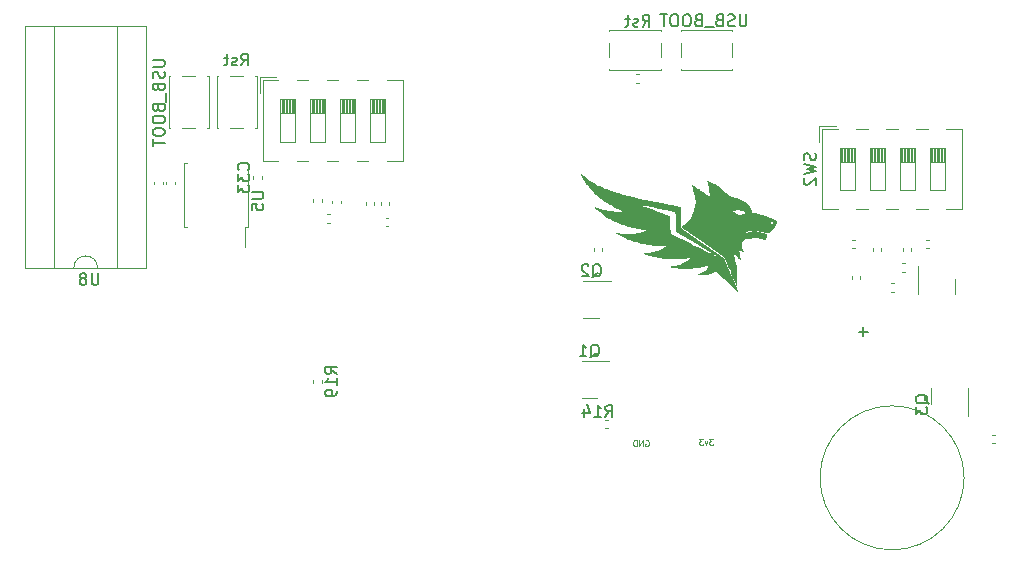
<source format=gbr>
G04 #@! TF.GenerationSoftware,KiCad,Pcbnew,7.0.5*
G04 #@! TF.CreationDate,2023-09-28T01:47:38+03:00*
G04 #@! TF.ProjectId,RP2040_minimal,52503230-3430-45f6-9d69-6e696d616c2e,REV1*
G04 #@! TF.SameCoordinates,Original*
G04 #@! TF.FileFunction,Legend,Bot*
G04 #@! TF.FilePolarity,Positive*
%FSLAX46Y46*%
G04 Gerber Fmt 4.6, Leading zero omitted, Abs format (unit mm)*
G04 Created by KiCad (PCBNEW 7.0.5) date 2023-09-28 01:47:38*
%MOMM*%
%LPD*%
G01*
G04 APERTURE LIST*
%ADD10C,0.150000*%
%ADD11C,0.125000*%
%ADD12C,0.120000*%
G04 APERTURE END LIST*
D10*
X81980952Y-71654819D02*
X82314285Y-71178628D01*
X82552380Y-71654819D02*
X82552380Y-70654819D01*
X82552380Y-70654819D02*
X82171428Y-70654819D01*
X82171428Y-70654819D02*
X82076190Y-70702438D01*
X82076190Y-70702438D02*
X82028571Y-70750057D01*
X82028571Y-70750057D02*
X81980952Y-70845295D01*
X81980952Y-70845295D02*
X81980952Y-70988152D01*
X81980952Y-70988152D02*
X82028571Y-71083390D01*
X82028571Y-71083390D02*
X82076190Y-71131009D01*
X82076190Y-71131009D02*
X82171428Y-71178628D01*
X82171428Y-71178628D02*
X82552380Y-71178628D01*
X81599999Y-71607200D02*
X81504761Y-71654819D01*
X81504761Y-71654819D02*
X81314285Y-71654819D01*
X81314285Y-71654819D02*
X81219047Y-71607200D01*
X81219047Y-71607200D02*
X81171428Y-71511961D01*
X81171428Y-71511961D02*
X81171428Y-71464342D01*
X81171428Y-71464342D02*
X81219047Y-71369104D01*
X81219047Y-71369104D02*
X81314285Y-71321485D01*
X81314285Y-71321485D02*
X81457142Y-71321485D01*
X81457142Y-71321485D02*
X81552380Y-71273866D01*
X81552380Y-71273866D02*
X81599999Y-71178628D01*
X81599999Y-71178628D02*
X81599999Y-71131009D01*
X81599999Y-71131009D02*
X81552380Y-71035771D01*
X81552380Y-71035771D02*
X81457142Y-70988152D01*
X81457142Y-70988152D02*
X81314285Y-70988152D01*
X81314285Y-70988152D02*
X81219047Y-71035771D01*
X80885713Y-70988152D02*
X80504761Y-70988152D01*
X80742856Y-70654819D02*
X80742856Y-71511961D01*
X80742856Y-71511961D02*
X80695237Y-71607200D01*
X80695237Y-71607200D02*
X80599999Y-71654819D01*
X80599999Y-71654819D02*
X80504761Y-71654819D01*
D11*
X87946335Y-106582309D02*
X87636811Y-106582309D01*
X87636811Y-106582309D02*
X87803478Y-106772785D01*
X87803478Y-106772785D02*
X87732049Y-106772785D01*
X87732049Y-106772785D02*
X87684430Y-106796595D01*
X87684430Y-106796595D02*
X87660621Y-106820404D01*
X87660621Y-106820404D02*
X87636811Y-106868023D01*
X87636811Y-106868023D02*
X87636811Y-106987071D01*
X87636811Y-106987071D02*
X87660621Y-107034690D01*
X87660621Y-107034690D02*
X87684430Y-107058500D01*
X87684430Y-107058500D02*
X87732049Y-107082309D01*
X87732049Y-107082309D02*
X87874906Y-107082309D01*
X87874906Y-107082309D02*
X87922525Y-107058500D01*
X87922525Y-107058500D02*
X87946335Y-107034690D01*
X87470145Y-106748976D02*
X87351097Y-107082309D01*
X87351097Y-107082309D02*
X87232050Y-106748976D01*
X87089193Y-106582309D02*
X86779669Y-106582309D01*
X86779669Y-106582309D02*
X86946336Y-106772785D01*
X86946336Y-106772785D02*
X86874907Y-106772785D01*
X86874907Y-106772785D02*
X86827288Y-106796595D01*
X86827288Y-106796595D02*
X86803479Y-106820404D01*
X86803479Y-106820404D02*
X86779669Y-106868023D01*
X86779669Y-106868023D02*
X86779669Y-106987071D01*
X86779669Y-106987071D02*
X86803479Y-107034690D01*
X86803479Y-107034690D02*
X86827288Y-107058500D01*
X86827288Y-107058500D02*
X86874907Y-107082309D01*
X86874907Y-107082309D02*
X87017764Y-107082309D01*
X87017764Y-107082309D02*
X87065383Y-107058500D01*
X87065383Y-107058500D02*
X87089193Y-107034690D01*
X82236811Y-106706119D02*
X82284430Y-106682309D01*
X82284430Y-106682309D02*
X82355859Y-106682309D01*
X82355859Y-106682309D02*
X82427287Y-106706119D01*
X82427287Y-106706119D02*
X82474906Y-106753738D01*
X82474906Y-106753738D02*
X82498716Y-106801357D01*
X82498716Y-106801357D02*
X82522525Y-106896595D01*
X82522525Y-106896595D02*
X82522525Y-106968023D01*
X82522525Y-106968023D02*
X82498716Y-107063261D01*
X82498716Y-107063261D02*
X82474906Y-107110880D01*
X82474906Y-107110880D02*
X82427287Y-107158500D01*
X82427287Y-107158500D02*
X82355859Y-107182309D01*
X82355859Y-107182309D02*
X82308240Y-107182309D01*
X82308240Y-107182309D02*
X82236811Y-107158500D01*
X82236811Y-107158500D02*
X82213002Y-107134690D01*
X82213002Y-107134690D02*
X82213002Y-106968023D01*
X82213002Y-106968023D02*
X82308240Y-106968023D01*
X81998716Y-107182309D02*
X81998716Y-106682309D01*
X81998716Y-106682309D02*
X81713002Y-107182309D01*
X81713002Y-107182309D02*
X81713002Y-106682309D01*
X81474906Y-107182309D02*
X81474906Y-106682309D01*
X81474906Y-106682309D02*
X81355858Y-106682309D01*
X81355858Y-106682309D02*
X81284430Y-106706119D01*
X81284430Y-106706119D02*
X81236811Y-106753738D01*
X81236811Y-106753738D02*
X81213001Y-106801357D01*
X81213001Y-106801357D02*
X81189192Y-106896595D01*
X81189192Y-106896595D02*
X81189192Y-106968023D01*
X81189192Y-106968023D02*
X81213001Y-107063261D01*
X81213001Y-107063261D02*
X81236811Y-107110880D01*
X81236811Y-107110880D02*
X81284430Y-107158500D01*
X81284430Y-107158500D02*
X81355858Y-107182309D01*
X81355858Y-107182309D02*
X81474906Y-107182309D01*
D10*
X48002952Y-74954819D02*
X48336285Y-74478628D01*
X48574380Y-74954819D02*
X48574380Y-73954819D01*
X48574380Y-73954819D02*
X48193428Y-73954819D01*
X48193428Y-73954819D02*
X48098190Y-74002438D01*
X48098190Y-74002438D02*
X48050571Y-74050057D01*
X48050571Y-74050057D02*
X48002952Y-74145295D01*
X48002952Y-74145295D02*
X48002952Y-74288152D01*
X48002952Y-74288152D02*
X48050571Y-74383390D01*
X48050571Y-74383390D02*
X48098190Y-74431009D01*
X48098190Y-74431009D02*
X48193428Y-74478628D01*
X48193428Y-74478628D02*
X48574380Y-74478628D01*
X47621999Y-74907200D02*
X47526761Y-74954819D01*
X47526761Y-74954819D02*
X47336285Y-74954819D01*
X47336285Y-74954819D02*
X47241047Y-74907200D01*
X47241047Y-74907200D02*
X47193428Y-74811961D01*
X47193428Y-74811961D02*
X47193428Y-74764342D01*
X47193428Y-74764342D02*
X47241047Y-74669104D01*
X47241047Y-74669104D02*
X47336285Y-74621485D01*
X47336285Y-74621485D02*
X47479142Y-74621485D01*
X47479142Y-74621485D02*
X47574380Y-74573866D01*
X47574380Y-74573866D02*
X47621999Y-74478628D01*
X47621999Y-74478628D02*
X47621999Y-74431009D01*
X47621999Y-74431009D02*
X47574380Y-74335771D01*
X47574380Y-74335771D02*
X47479142Y-74288152D01*
X47479142Y-74288152D02*
X47336285Y-74288152D01*
X47336285Y-74288152D02*
X47241047Y-74335771D01*
X46907713Y-74288152D02*
X46526761Y-74288152D01*
X46764856Y-73954819D02*
X46764856Y-74811961D01*
X46764856Y-74811961D02*
X46717237Y-74907200D01*
X46717237Y-74907200D02*
X46621999Y-74954819D01*
X46621999Y-74954819D02*
X46526761Y-74954819D01*
X40515819Y-74484571D02*
X41325342Y-74484571D01*
X41325342Y-74484571D02*
X41420580Y-74532190D01*
X41420580Y-74532190D02*
X41468200Y-74579809D01*
X41468200Y-74579809D02*
X41515819Y-74675047D01*
X41515819Y-74675047D02*
X41515819Y-74865523D01*
X41515819Y-74865523D02*
X41468200Y-74960761D01*
X41468200Y-74960761D02*
X41420580Y-75008380D01*
X41420580Y-75008380D02*
X41325342Y-75055999D01*
X41325342Y-75055999D02*
X40515819Y-75055999D01*
X41468200Y-75484571D02*
X41515819Y-75627428D01*
X41515819Y-75627428D02*
X41515819Y-75865523D01*
X41515819Y-75865523D02*
X41468200Y-75960761D01*
X41468200Y-75960761D02*
X41420580Y-76008380D01*
X41420580Y-76008380D02*
X41325342Y-76055999D01*
X41325342Y-76055999D02*
X41230104Y-76055999D01*
X41230104Y-76055999D02*
X41134866Y-76008380D01*
X41134866Y-76008380D02*
X41087247Y-75960761D01*
X41087247Y-75960761D02*
X41039628Y-75865523D01*
X41039628Y-75865523D02*
X40992009Y-75675047D01*
X40992009Y-75675047D02*
X40944390Y-75579809D01*
X40944390Y-75579809D02*
X40896771Y-75532190D01*
X40896771Y-75532190D02*
X40801533Y-75484571D01*
X40801533Y-75484571D02*
X40706295Y-75484571D01*
X40706295Y-75484571D02*
X40611057Y-75532190D01*
X40611057Y-75532190D02*
X40563438Y-75579809D01*
X40563438Y-75579809D02*
X40515819Y-75675047D01*
X40515819Y-75675047D02*
X40515819Y-75913142D01*
X40515819Y-75913142D02*
X40563438Y-76055999D01*
X40992009Y-76817904D02*
X41039628Y-76960761D01*
X41039628Y-76960761D02*
X41087247Y-77008380D01*
X41087247Y-77008380D02*
X41182485Y-77055999D01*
X41182485Y-77055999D02*
X41325342Y-77055999D01*
X41325342Y-77055999D02*
X41420580Y-77008380D01*
X41420580Y-77008380D02*
X41468200Y-76960761D01*
X41468200Y-76960761D02*
X41515819Y-76865523D01*
X41515819Y-76865523D02*
X41515819Y-76484571D01*
X41515819Y-76484571D02*
X40515819Y-76484571D01*
X40515819Y-76484571D02*
X40515819Y-76817904D01*
X40515819Y-76817904D02*
X40563438Y-76913142D01*
X40563438Y-76913142D02*
X40611057Y-76960761D01*
X40611057Y-76960761D02*
X40706295Y-77008380D01*
X40706295Y-77008380D02*
X40801533Y-77008380D01*
X40801533Y-77008380D02*
X40896771Y-76960761D01*
X40896771Y-76960761D02*
X40944390Y-76913142D01*
X40944390Y-76913142D02*
X40992009Y-76817904D01*
X40992009Y-76817904D02*
X40992009Y-76484571D01*
X41611057Y-77246476D02*
X41611057Y-78008380D01*
X40992009Y-78579809D02*
X41039628Y-78722666D01*
X41039628Y-78722666D02*
X41087247Y-78770285D01*
X41087247Y-78770285D02*
X41182485Y-78817904D01*
X41182485Y-78817904D02*
X41325342Y-78817904D01*
X41325342Y-78817904D02*
X41420580Y-78770285D01*
X41420580Y-78770285D02*
X41468200Y-78722666D01*
X41468200Y-78722666D02*
X41515819Y-78627428D01*
X41515819Y-78627428D02*
X41515819Y-78246476D01*
X41515819Y-78246476D02*
X40515819Y-78246476D01*
X40515819Y-78246476D02*
X40515819Y-78579809D01*
X40515819Y-78579809D02*
X40563438Y-78675047D01*
X40563438Y-78675047D02*
X40611057Y-78722666D01*
X40611057Y-78722666D02*
X40706295Y-78770285D01*
X40706295Y-78770285D02*
X40801533Y-78770285D01*
X40801533Y-78770285D02*
X40896771Y-78722666D01*
X40896771Y-78722666D02*
X40944390Y-78675047D01*
X40944390Y-78675047D02*
X40992009Y-78579809D01*
X40992009Y-78579809D02*
X40992009Y-78246476D01*
X40515819Y-79436952D02*
X40515819Y-79627428D01*
X40515819Y-79627428D02*
X40563438Y-79722666D01*
X40563438Y-79722666D02*
X40658676Y-79817904D01*
X40658676Y-79817904D02*
X40849152Y-79865523D01*
X40849152Y-79865523D02*
X41182485Y-79865523D01*
X41182485Y-79865523D02*
X41372961Y-79817904D01*
X41372961Y-79817904D02*
X41468200Y-79722666D01*
X41468200Y-79722666D02*
X41515819Y-79627428D01*
X41515819Y-79627428D02*
X41515819Y-79436952D01*
X41515819Y-79436952D02*
X41468200Y-79341714D01*
X41468200Y-79341714D02*
X41372961Y-79246476D01*
X41372961Y-79246476D02*
X41182485Y-79198857D01*
X41182485Y-79198857D02*
X40849152Y-79198857D01*
X40849152Y-79198857D02*
X40658676Y-79246476D01*
X40658676Y-79246476D02*
X40563438Y-79341714D01*
X40563438Y-79341714D02*
X40515819Y-79436952D01*
X40515819Y-80484571D02*
X40515819Y-80675047D01*
X40515819Y-80675047D02*
X40563438Y-80770285D01*
X40563438Y-80770285D02*
X40658676Y-80865523D01*
X40658676Y-80865523D02*
X40849152Y-80913142D01*
X40849152Y-80913142D02*
X41182485Y-80913142D01*
X41182485Y-80913142D02*
X41372961Y-80865523D01*
X41372961Y-80865523D02*
X41468200Y-80770285D01*
X41468200Y-80770285D02*
X41515819Y-80675047D01*
X41515819Y-80675047D02*
X41515819Y-80484571D01*
X41515819Y-80484571D02*
X41468200Y-80389333D01*
X41468200Y-80389333D02*
X41372961Y-80294095D01*
X41372961Y-80294095D02*
X41182485Y-80246476D01*
X41182485Y-80246476D02*
X40849152Y-80246476D01*
X40849152Y-80246476D02*
X40658676Y-80294095D01*
X40658676Y-80294095D02*
X40563438Y-80389333D01*
X40563438Y-80389333D02*
X40515819Y-80484571D01*
X40515819Y-81198857D02*
X40515819Y-81770285D01*
X41515819Y-81484571D02*
X40515819Y-81484571D01*
X90775178Y-70630099D02*
X90775178Y-71439622D01*
X90775178Y-71439622D02*
X90727559Y-71534860D01*
X90727559Y-71534860D02*
X90679940Y-71582480D01*
X90679940Y-71582480D02*
X90584702Y-71630099D01*
X90584702Y-71630099D02*
X90394226Y-71630099D01*
X90394226Y-71630099D02*
X90298988Y-71582480D01*
X90298988Y-71582480D02*
X90251369Y-71534860D01*
X90251369Y-71534860D02*
X90203750Y-71439622D01*
X90203750Y-71439622D02*
X90203750Y-70630099D01*
X89775178Y-71582480D02*
X89632321Y-71630099D01*
X89632321Y-71630099D02*
X89394226Y-71630099D01*
X89394226Y-71630099D02*
X89298988Y-71582480D01*
X89298988Y-71582480D02*
X89251369Y-71534860D01*
X89251369Y-71534860D02*
X89203750Y-71439622D01*
X89203750Y-71439622D02*
X89203750Y-71344384D01*
X89203750Y-71344384D02*
X89251369Y-71249146D01*
X89251369Y-71249146D02*
X89298988Y-71201527D01*
X89298988Y-71201527D02*
X89394226Y-71153908D01*
X89394226Y-71153908D02*
X89584702Y-71106289D01*
X89584702Y-71106289D02*
X89679940Y-71058670D01*
X89679940Y-71058670D02*
X89727559Y-71011051D01*
X89727559Y-71011051D02*
X89775178Y-70915813D01*
X89775178Y-70915813D02*
X89775178Y-70820575D01*
X89775178Y-70820575D02*
X89727559Y-70725337D01*
X89727559Y-70725337D02*
X89679940Y-70677718D01*
X89679940Y-70677718D02*
X89584702Y-70630099D01*
X89584702Y-70630099D02*
X89346607Y-70630099D01*
X89346607Y-70630099D02*
X89203750Y-70677718D01*
X88441845Y-71106289D02*
X88298988Y-71153908D01*
X88298988Y-71153908D02*
X88251369Y-71201527D01*
X88251369Y-71201527D02*
X88203750Y-71296765D01*
X88203750Y-71296765D02*
X88203750Y-71439622D01*
X88203750Y-71439622D02*
X88251369Y-71534860D01*
X88251369Y-71534860D02*
X88298988Y-71582480D01*
X88298988Y-71582480D02*
X88394226Y-71630099D01*
X88394226Y-71630099D02*
X88775178Y-71630099D01*
X88775178Y-71630099D02*
X88775178Y-70630099D01*
X88775178Y-70630099D02*
X88441845Y-70630099D01*
X88441845Y-70630099D02*
X88346607Y-70677718D01*
X88346607Y-70677718D02*
X88298988Y-70725337D01*
X88298988Y-70725337D02*
X88251369Y-70820575D01*
X88251369Y-70820575D02*
X88251369Y-70915813D01*
X88251369Y-70915813D02*
X88298988Y-71011051D01*
X88298988Y-71011051D02*
X88346607Y-71058670D01*
X88346607Y-71058670D02*
X88441845Y-71106289D01*
X88441845Y-71106289D02*
X88775178Y-71106289D01*
X88013274Y-71725337D02*
X87251369Y-71725337D01*
X86679940Y-71106289D02*
X86537083Y-71153908D01*
X86537083Y-71153908D02*
X86489464Y-71201527D01*
X86489464Y-71201527D02*
X86441845Y-71296765D01*
X86441845Y-71296765D02*
X86441845Y-71439622D01*
X86441845Y-71439622D02*
X86489464Y-71534860D01*
X86489464Y-71534860D02*
X86537083Y-71582480D01*
X86537083Y-71582480D02*
X86632321Y-71630099D01*
X86632321Y-71630099D02*
X87013273Y-71630099D01*
X87013273Y-71630099D02*
X87013273Y-70630099D01*
X87013273Y-70630099D02*
X86679940Y-70630099D01*
X86679940Y-70630099D02*
X86584702Y-70677718D01*
X86584702Y-70677718D02*
X86537083Y-70725337D01*
X86537083Y-70725337D02*
X86489464Y-70820575D01*
X86489464Y-70820575D02*
X86489464Y-70915813D01*
X86489464Y-70915813D02*
X86537083Y-71011051D01*
X86537083Y-71011051D02*
X86584702Y-71058670D01*
X86584702Y-71058670D02*
X86679940Y-71106289D01*
X86679940Y-71106289D02*
X87013273Y-71106289D01*
X85822797Y-70630099D02*
X85632321Y-70630099D01*
X85632321Y-70630099D02*
X85537083Y-70677718D01*
X85537083Y-70677718D02*
X85441845Y-70772956D01*
X85441845Y-70772956D02*
X85394226Y-70963432D01*
X85394226Y-70963432D02*
X85394226Y-71296765D01*
X85394226Y-71296765D02*
X85441845Y-71487241D01*
X85441845Y-71487241D02*
X85537083Y-71582480D01*
X85537083Y-71582480D02*
X85632321Y-71630099D01*
X85632321Y-71630099D02*
X85822797Y-71630099D01*
X85822797Y-71630099D02*
X85918035Y-71582480D01*
X85918035Y-71582480D02*
X86013273Y-71487241D01*
X86013273Y-71487241D02*
X86060892Y-71296765D01*
X86060892Y-71296765D02*
X86060892Y-70963432D01*
X86060892Y-70963432D02*
X86013273Y-70772956D01*
X86013273Y-70772956D02*
X85918035Y-70677718D01*
X85918035Y-70677718D02*
X85822797Y-70630099D01*
X84775178Y-70630099D02*
X84584702Y-70630099D01*
X84584702Y-70630099D02*
X84489464Y-70677718D01*
X84489464Y-70677718D02*
X84394226Y-70772956D01*
X84394226Y-70772956D02*
X84346607Y-70963432D01*
X84346607Y-70963432D02*
X84346607Y-71296765D01*
X84346607Y-71296765D02*
X84394226Y-71487241D01*
X84394226Y-71487241D02*
X84489464Y-71582480D01*
X84489464Y-71582480D02*
X84584702Y-71630099D01*
X84584702Y-71630099D02*
X84775178Y-71630099D01*
X84775178Y-71630099D02*
X84870416Y-71582480D01*
X84870416Y-71582480D02*
X84965654Y-71487241D01*
X84965654Y-71487241D02*
X85013273Y-71296765D01*
X85013273Y-71296765D02*
X85013273Y-70963432D01*
X85013273Y-70963432D02*
X84965654Y-70772956D01*
X84965654Y-70772956D02*
X84870416Y-70677718D01*
X84870416Y-70677718D02*
X84775178Y-70630099D01*
X84060892Y-70630099D02*
X83489464Y-70630099D01*
X83775178Y-71630099D02*
X83775178Y-70630099D01*
X35896904Y-92535152D02*
X35896904Y-93344675D01*
X35896904Y-93344675D02*
X35849285Y-93439913D01*
X35849285Y-93439913D02*
X35801666Y-93487533D01*
X35801666Y-93487533D02*
X35706428Y-93535152D01*
X35706428Y-93535152D02*
X35515952Y-93535152D01*
X35515952Y-93535152D02*
X35420714Y-93487533D01*
X35420714Y-93487533D02*
X35373095Y-93439913D01*
X35373095Y-93439913D02*
X35325476Y-93344675D01*
X35325476Y-93344675D02*
X35325476Y-92535152D01*
X34706428Y-92963723D02*
X34801666Y-92916104D01*
X34801666Y-92916104D02*
X34849285Y-92868485D01*
X34849285Y-92868485D02*
X34896904Y-92773247D01*
X34896904Y-92773247D02*
X34896904Y-92725628D01*
X34896904Y-92725628D02*
X34849285Y-92630390D01*
X34849285Y-92630390D02*
X34801666Y-92582771D01*
X34801666Y-92582771D02*
X34706428Y-92535152D01*
X34706428Y-92535152D02*
X34515952Y-92535152D01*
X34515952Y-92535152D02*
X34420714Y-92582771D01*
X34420714Y-92582771D02*
X34373095Y-92630390D01*
X34373095Y-92630390D02*
X34325476Y-92725628D01*
X34325476Y-92725628D02*
X34325476Y-92773247D01*
X34325476Y-92773247D02*
X34373095Y-92868485D01*
X34373095Y-92868485D02*
X34420714Y-92916104D01*
X34420714Y-92916104D02*
X34515952Y-92963723D01*
X34515952Y-92963723D02*
X34706428Y-92963723D01*
X34706428Y-92963723D02*
X34801666Y-93011342D01*
X34801666Y-93011342D02*
X34849285Y-93058961D01*
X34849285Y-93058961D02*
X34896904Y-93154199D01*
X34896904Y-93154199D02*
X34896904Y-93344675D01*
X34896904Y-93344675D02*
X34849285Y-93439913D01*
X34849285Y-93439913D02*
X34801666Y-93487533D01*
X34801666Y-93487533D02*
X34706428Y-93535152D01*
X34706428Y-93535152D02*
X34515952Y-93535152D01*
X34515952Y-93535152D02*
X34420714Y-93487533D01*
X34420714Y-93487533D02*
X34373095Y-93439913D01*
X34373095Y-93439913D02*
X34325476Y-93344675D01*
X34325476Y-93344675D02*
X34325476Y-93154199D01*
X34325476Y-93154199D02*
X34373095Y-93058961D01*
X34373095Y-93058961D02*
X34420714Y-93011342D01*
X34420714Y-93011342D02*
X34515952Y-92963723D01*
X48879819Y-85658428D02*
X49689342Y-85658428D01*
X49689342Y-85658428D02*
X49784580Y-85706047D01*
X49784580Y-85706047D02*
X49832200Y-85753666D01*
X49832200Y-85753666D02*
X49879819Y-85848904D01*
X49879819Y-85848904D02*
X49879819Y-86039380D01*
X49879819Y-86039380D02*
X49832200Y-86134618D01*
X49832200Y-86134618D02*
X49784580Y-86182237D01*
X49784580Y-86182237D02*
X49689342Y-86229856D01*
X49689342Y-86229856D02*
X48879819Y-86229856D01*
X48879819Y-87182237D02*
X48879819Y-86706047D01*
X48879819Y-86706047D02*
X49356009Y-86658428D01*
X49356009Y-86658428D02*
X49308390Y-86706047D01*
X49308390Y-86706047D02*
X49260771Y-86801285D01*
X49260771Y-86801285D02*
X49260771Y-87039380D01*
X49260771Y-87039380D02*
X49308390Y-87134618D01*
X49308390Y-87134618D02*
X49356009Y-87182237D01*
X49356009Y-87182237D02*
X49451247Y-87229856D01*
X49451247Y-87229856D02*
X49689342Y-87229856D01*
X49689342Y-87229856D02*
X49784580Y-87182237D01*
X49784580Y-87182237D02*
X49832200Y-87134618D01*
X49832200Y-87134618D02*
X49879819Y-87039380D01*
X49879819Y-87039380D02*
X49879819Y-86801285D01*
X49879819Y-86801285D02*
X49832200Y-86706047D01*
X49832200Y-86706047D02*
X49784580Y-86658428D01*
X56094819Y-101063142D02*
X55618628Y-100729809D01*
X56094819Y-100491714D02*
X55094819Y-100491714D01*
X55094819Y-100491714D02*
X55094819Y-100872666D01*
X55094819Y-100872666D02*
X55142438Y-100967904D01*
X55142438Y-100967904D02*
X55190057Y-101015523D01*
X55190057Y-101015523D02*
X55285295Y-101063142D01*
X55285295Y-101063142D02*
X55428152Y-101063142D01*
X55428152Y-101063142D02*
X55523390Y-101015523D01*
X55523390Y-101015523D02*
X55571009Y-100967904D01*
X55571009Y-100967904D02*
X55618628Y-100872666D01*
X55618628Y-100872666D02*
X55618628Y-100491714D01*
X56094819Y-102015523D02*
X56094819Y-101444095D01*
X56094819Y-101729809D02*
X55094819Y-101729809D01*
X55094819Y-101729809D02*
X55237676Y-101634571D01*
X55237676Y-101634571D02*
X55332914Y-101539333D01*
X55332914Y-101539333D02*
X55380533Y-101444095D01*
X56094819Y-102491714D02*
X56094819Y-102682190D01*
X56094819Y-102682190D02*
X56047200Y-102777428D01*
X56047200Y-102777428D02*
X55999580Y-102825047D01*
X55999580Y-102825047D02*
X55856723Y-102920285D01*
X55856723Y-102920285D02*
X55666247Y-102967904D01*
X55666247Y-102967904D02*
X55285295Y-102967904D01*
X55285295Y-102967904D02*
X55190057Y-102920285D01*
X55190057Y-102920285D02*
X55142438Y-102872666D01*
X55142438Y-102872666D02*
X55094819Y-102777428D01*
X55094819Y-102777428D02*
X55094819Y-102586952D01*
X55094819Y-102586952D02*
X55142438Y-102491714D01*
X55142438Y-102491714D02*
X55190057Y-102444095D01*
X55190057Y-102444095D02*
X55285295Y-102396476D01*
X55285295Y-102396476D02*
X55523390Y-102396476D01*
X55523390Y-102396476D02*
X55618628Y-102444095D01*
X55618628Y-102444095D02*
X55666247Y-102491714D01*
X55666247Y-102491714D02*
X55713866Y-102586952D01*
X55713866Y-102586952D02*
X55713866Y-102777428D01*
X55713866Y-102777428D02*
X55666247Y-102872666D01*
X55666247Y-102872666D02*
X55618628Y-102920285D01*
X55618628Y-102920285D02*
X55523390Y-102967904D01*
X48599580Y-83791142D02*
X48647200Y-83743523D01*
X48647200Y-83743523D02*
X48694819Y-83600666D01*
X48694819Y-83600666D02*
X48694819Y-83505428D01*
X48694819Y-83505428D02*
X48647200Y-83362571D01*
X48647200Y-83362571D02*
X48551961Y-83267333D01*
X48551961Y-83267333D02*
X48456723Y-83219714D01*
X48456723Y-83219714D02*
X48266247Y-83172095D01*
X48266247Y-83172095D02*
X48123390Y-83172095D01*
X48123390Y-83172095D02*
X47932914Y-83219714D01*
X47932914Y-83219714D02*
X47837676Y-83267333D01*
X47837676Y-83267333D02*
X47742438Y-83362571D01*
X47742438Y-83362571D02*
X47694819Y-83505428D01*
X47694819Y-83505428D02*
X47694819Y-83600666D01*
X47694819Y-83600666D02*
X47742438Y-83743523D01*
X47742438Y-83743523D02*
X47790057Y-83791142D01*
X47694819Y-84124476D02*
X47694819Y-84743523D01*
X47694819Y-84743523D02*
X48075771Y-84410190D01*
X48075771Y-84410190D02*
X48075771Y-84553047D01*
X48075771Y-84553047D02*
X48123390Y-84648285D01*
X48123390Y-84648285D02*
X48171009Y-84695904D01*
X48171009Y-84695904D02*
X48266247Y-84743523D01*
X48266247Y-84743523D02*
X48504342Y-84743523D01*
X48504342Y-84743523D02*
X48599580Y-84695904D01*
X48599580Y-84695904D02*
X48647200Y-84648285D01*
X48647200Y-84648285D02*
X48694819Y-84553047D01*
X48694819Y-84553047D02*
X48694819Y-84267333D01*
X48694819Y-84267333D02*
X48647200Y-84172095D01*
X48647200Y-84172095D02*
X48599580Y-84124476D01*
X47694819Y-85076857D02*
X47694819Y-85695904D01*
X47694819Y-85695904D02*
X48075771Y-85362571D01*
X48075771Y-85362571D02*
X48075771Y-85505428D01*
X48075771Y-85505428D02*
X48123390Y-85600666D01*
X48123390Y-85600666D02*
X48171009Y-85648285D01*
X48171009Y-85648285D02*
X48266247Y-85695904D01*
X48266247Y-85695904D02*
X48504342Y-85695904D01*
X48504342Y-85695904D02*
X48599580Y-85648285D01*
X48599580Y-85648285D02*
X48647200Y-85600666D01*
X48647200Y-85600666D02*
X48694819Y-85505428D01*
X48694819Y-85505428D02*
X48694819Y-85219714D01*
X48694819Y-85219714D02*
X48647200Y-85124476D01*
X48647200Y-85124476D02*
X48599580Y-85076857D01*
X106193307Y-103586041D02*
X106145688Y-103490803D01*
X106145688Y-103490803D02*
X106050450Y-103395565D01*
X106050450Y-103395565D02*
X105907592Y-103252708D01*
X105907592Y-103252708D02*
X105859973Y-103157470D01*
X105859973Y-103157470D02*
X105859973Y-103062232D01*
X106098069Y-103109851D02*
X106050450Y-103014613D01*
X106050450Y-103014613D02*
X105955211Y-102919375D01*
X105955211Y-102919375D02*
X105764735Y-102871756D01*
X105764735Y-102871756D02*
X105431402Y-102871756D01*
X105431402Y-102871756D02*
X105240926Y-102919375D01*
X105240926Y-102919375D02*
X105145688Y-103014613D01*
X105145688Y-103014613D02*
X105098069Y-103109851D01*
X105098069Y-103109851D02*
X105098069Y-103300327D01*
X105098069Y-103300327D02*
X105145688Y-103395565D01*
X105145688Y-103395565D02*
X105240926Y-103490803D01*
X105240926Y-103490803D02*
X105431402Y-103538422D01*
X105431402Y-103538422D02*
X105764735Y-103538422D01*
X105764735Y-103538422D02*
X105955211Y-103490803D01*
X105955211Y-103490803D02*
X106050450Y-103395565D01*
X106050450Y-103395565D02*
X106098069Y-103300327D01*
X106098069Y-103300327D02*
X106098069Y-103109851D01*
X105098069Y-103871756D02*
X105098069Y-104490803D01*
X105098069Y-104490803D02*
X105479021Y-104157470D01*
X105479021Y-104157470D02*
X105479021Y-104300327D01*
X105479021Y-104300327D02*
X105526640Y-104395565D01*
X105526640Y-104395565D02*
X105574259Y-104443184D01*
X105574259Y-104443184D02*
X105669497Y-104490803D01*
X105669497Y-104490803D02*
X105907592Y-104490803D01*
X105907592Y-104490803D02*
X106002830Y-104443184D01*
X106002830Y-104443184D02*
X106050450Y-104395565D01*
X106050450Y-104395565D02*
X106098069Y-104300327D01*
X106098069Y-104300327D02*
X106098069Y-104014613D01*
X106098069Y-104014613D02*
X106050450Y-103919375D01*
X106050450Y-103919375D02*
X106002830Y-103871756D01*
X78842857Y-104704819D02*
X79176190Y-104228628D01*
X79414285Y-104704819D02*
X79414285Y-103704819D01*
X79414285Y-103704819D02*
X79033333Y-103704819D01*
X79033333Y-103704819D02*
X78938095Y-103752438D01*
X78938095Y-103752438D02*
X78890476Y-103800057D01*
X78890476Y-103800057D02*
X78842857Y-103895295D01*
X78842857Y-103895295D02*
X78842857Y-104038152D01*
X78842857Y-104038152D02*
X78890476Y-104133390D01*
X78890476Y-104133390D02*
X78938095Y-104181009D01*
X78938095Y-104181009D02*
X79033333Y-104228628D01*
X79033333Y-104228628D02*
X79414285Y-104228628D01*
X77890476Y-104704819D02*
X78461904Y-104704819D01*
X78176190Y-104704819D02*
X78176190Y-103704819D01*
X78176190Y-103704819D02*
X78271428Y-103847676D01*
X78271428Y-103847676D02*
X78366666Y-103942914D01*
X78366666Y-103942914D02*
X78461904Y-103990533D01*
X77033333Y-104038152D02*
X77033333Y-104704819D01*
X77271428Y-103657200D02*
X77509523Y-104371485D01*
X77509523Y-104371485D02*
X76890476Y-104371485D01*
X77560238Y-99675337D02*
X77655476Y-99627718D01*
X77655476Y-99627718D02*
X77750714Y-99532480D01*
X77750714Y-99532480D02*
X77893571Y-99389622D01*
X77893571Y-99389622D02*
X77988809Y-99342003D01*
X77988809Y-99342003D02*
X78084047Y-99342003D01*
X78036428Y-99580099D02*
X78131666Y-99532480D01*
X78131666Y-99532480D02*
X78226904Y-99437241D01*
X78226904Y-99437241D02*
X78274523Y-99246765D01*
X78274523Y-99246765D02*
X78274523Y-98913432D01*
X78274523Y-98913432D02*
X78226904Y-98722956D01*
X78226904Y-98722956D02*
X78131666Y-98627718D01*
X78131666Y-98627718D02*
X78036428Y-98580099D01*
X78036428Y-98580099D02*
X77845952Y-98580099D01*
X77845952Y-98580099D02*
X77750714Y-98627718D01*
X77750714Y-98627718D02*
X77655476Y-98722956D01*
X77655476Y-98722956D02*
X77607857Y-98913432D01*
X77607857Y-98913432D02*
X77607857Y-99246765D01*
X77607857Y-99246765D02*
X77655476Y-99437241D01*
X77655476Y-99437241D02*
X77750714Y-99532480D01*
X77750714Y-99532480D02*
X77845952Y-99580099D01*
X77845952Y-99580099D02*
X78036428Y-99580099D01*
X76655476Y-99580099D02*
X77226904Y-99580099D01*
X76941190Y-99580099D02*
X76941190Y-98580099D01*
X76941190Y-98580099D02*
X77036428Y-98722956D01*
X77036428Y-98722956D02*
X77131666Y-98818194D01*
X77131666Y-98818194D02*
X77226904Y-98865813D01*
X100653866Y-97109328D02*
X100653866Y-97871233D01*
X101034819Y-97490280D02*
X100272914Y-97490280D01*
X96592200Y-82392947D02*
X96639819Y-82535804D01*
X96639819Y-82535804D02*
X96639819Y-82773899D01*
X96639819Y-82773899D02*
X96592200Y-82869137D01*
X96592200Y-82869137D02*
X96544580Y-82916756D01*
X96544580Y-82916756D02*
X96449342Y-82964375D01*
X96449342Y-82964375D02*
X96354104Y-82964375D01*
X96354104Y-82964375D02*
X96258866Y-82916756D01*
X96258866Y-82916756D02*
X96211247Y-82869137D01*
X96211247Y-82869137D02*
X96163628Y-82773899D01*
X96163628Y-82773899D02*
X96116009Y-82583423D01*
X96116009Y-82583423D02*
X96068390Y-82488185D01*
X96068390Y-82488185D02*
X96020771Y-82440566D01*
X96020771Y-82440566D02*
X95925533Y-82392947D01*
X95925533Y-82392947D02*
X95830295Y-82392947D01*
X95830295Y-82392947D02*
X95735057Y-82440566D01*
X95735057Y-82440566D02*
X95687438Y-82488185D01*
X95687438Y-82488185D02*
X95639819Y-82583423D01*
X95639819Y-82583423D02*
X95639819Y-82821518D01*
X95639819Y-82821518D02*
X95687438Y-82964375D01*
X95639819Y-83297709D02*
X96639819Y-83535804D01*
X96639819Y-83535804D02*
X95925533Y-83726280D01*
X95925533Y-83726280D02*
X96639819Y-83916756D01*
X96639819Y-83916756D02*
X95639819Y-84154852D01*
X95735057Y-84488185D02*
X95687438Y-84535804D01*
X95687438Y-84535804D02*
X95639819Y-84631042D01*
X95639819Y-84631042D02*
X95639819Y-84869137D01*
X95639819Y-84869137D02*
X95687438Y-84964375D01*
X95687438Y-84964375D02*
X95735057Y-85011994D01*
X95735057Y-85011994D02*
X95830295Y-85059613D01*
X95830295Y-85059613D02*
X95925533Y-85059613D01*
X95925533Y-85059613D02*
X96068390Y-85011994D01*
X96068390Y-85011994D02*
X96639819Y-84440566D01*
X96639819Y-84440566D02*
X96639819Y-85059613D01*
X77717738Y-92895337D02*
X77812976Y-92847718D01*
X77812976Y-92847718D02*
X77908214Y-92752480D01*
X77908214Y-92752480D02*
X78051071Y-92609622D01*
X78051071Y-92609622D02*
X78146309Y-92562003D01*
X78146309Y-92562003D02*
X78241547Y-92562003D01*
X78193928Y-92800099D02*
X78289166Y-92752480D01*
X78289166Y-92752480D02*
X78384404Y-92657241D01*
X78384404Y-92657241D02*
X78432023Y-92466765D01*
X78432023Y-92466765D02*
X78432023Y-92133432D01*
X78432023Y-92133432D02*
X78384404Y-91942956D01*
X78384404Y-91942956D02*
X78289166Y-91847718D01*
X78289166Y-91847718D02*
X78193928Y-91800099D01*
X78193928Y-91800099D02*
X78003452Y-91800099D01*
X78003452Y-91800099D02*
X77908214Y-91847718D01*
X77908214Y-91847718D02*
X77812976Y-91942956D01*
X77812976Y-91942956D02*
X77765357Y-92133432D01*
X77765357Y-92133432D02*
X77765357Y-92466765D01*
X77765357Y-92466765D02*
X77812976Y-92657241D01*
X77812976Y-92657241D02*
X77908214Y-92752480D01*
X77908214Y-92752480D02*
X78003452Y-92800099D01*
X78003452Y-92800099D02*
X78193928Y-92800099D01*
X77384404Y-91895337D02*
X77336785Y-91847718D01*
X77336785Y-91847718D02*
X77241547Y-91800099D01*
X77241547Y-91800099D02*
X77003452Y-91800099D01*
X77003452Y-91800099D02*
X76908214Y-91847718D01*
X76908214Y-91847718D02*
X76860595Y-91895337D01*
X76860595Y-91895337D02*
X76812976Y-91990575D01*
X76812976Y-91990575D02*
X76812976Y-92085813D01*
X76812976Y-92085813D02*
X76860595Y-92228670D01*
X76860595Y-92228670D02*
X77432023Y-92800099D01*
X77432023Y-92800099D02*
X76812976Y-92800099D01*
D12*
X35835000Y-92080333D02*
G75*
G03*
X33835000Y-92080333I-1000000J0D01*
G01*
X29695000Y-71580333D02*
X39975000Y-71580333D01*
X29695000Y-92140333D02*
X29695000Y-71580333D01*
X39975000Y-71580333D02*
X39975000Y-92140333D01*
X32185000Y-92080333D02*
X32185000Y-71640333D01*
X37485000Y-92080333D02*
X35835000Y-92080333D01*
X33835000Y-92080333D02*
X32185000Y-92080333D01*
X37485000Y-71640333D02*
X37485000Y-92080333D01*
X39975000Y-92140333D02*
X29695000Y-92140333D01*
X32185000Y-71640333D02*
X37485000Y-71640333D01*
X48569000Y-85930000D02*
X48569000Y-83205000D01*
X48569000Y-83205000D02*
X48309000Y-83205000D01*
X43119000Y-85930000D02*
X43119000Y-88655000D01*
X43119000Y-85930000D02*
X43119000Y-83205000D01*
X43119000Y-83205000D02*
X43379000Y-83205000D01*
X48569000Y-88655000D02*
X48309000Y-88655000D01*
X48569000Y-85930000D02*
X48569000Y-88655000D01*
X48309000Y-88655000D02*
X48309000Y-90330000D01*
X43119000Y-88655000D02*
X43379000Y-88655000D01*
X56385000Y-81403000D02*
X56385000Y-77783000D01*
X58925000Y-77783000D02*
X60195000Y-77783000D01*
X52740000Y-83003000D02*
X53680000Y-83003000D01*
X61670000Y-76183000D02*
X61670000Y-83003000D01*
X54325000Y-77783000D02*
X54325000Y-78989667D01*
X49590000Y-75943000D02*
X49590000Y-77326000D01*
X52575000Y-77783000D02*
X52575000Y-81403000D01*
X57820000Y-76183000D02*
X58760000Y-76183000D01*
X53845000Y-78989667D02*
X55115000Y-78989667D01*
X51665000Y-77783000D02*
X51665000Y-78989667D01*
X52740000Y-76183000D02*
X53680000Y-76183000D01*
X51545000Y-77783000D02*
X51545000Y-78989667D01*
X51785000Y-77783000D02*
X51785000Y-78989667D01*
X54805000Y-77783000D02*
X54805000Y-78989667D01*
X55045000Y-77783000D02*
X55045000Y-78989667D01*
X59045000Y-77783000D02*
X59045000Y-78989667D01*
X54685000Y-77783000D02*
X54685000Y-78989667D01*
X54085000Y-77783000D02*
X54085000Y-78989667D01*
X58925000Y-78989667D02*
X60195000Y-78989667D01*
X57465000Y-77783000D02*
X57465000Y-78989667D01*
X60005000Y-77783000D02*
X60005000Y-78989667D01*
X57105000Y-77783000D02*
X57105000Y-78989667D01*
X59285000Y-77783000D02*
X59285000Y-78989667D01*
X57345000Y-77783000D02*
X57345000Y-78989667D01*
X54445000Y-77783000D02*
X54445000Y-78989667D01*
X51305000Y-81403000D02*
X51305000Y-77783000D01*
X49830000Y-76183000D02*
X51140000Y-76183000D01*
X59165000Y-77783000D02*
X59165000Y-78989667D01*
X52505000Y-77783000D02*
X52505000Y-78989667D01*
X60195000Y-81403000D02*
X58925000Y-81403000D01*
X52025000Y-77783000D02*
X52025000Y-78989667D01*
X52385000Y-77783000D02*
X52385000Y-78989667D01*
X51425000Y-77783000D02*
X51425000Y-78989667D01*
X55115000Y-81403000D02*
X53845000Y-81403000D01*
X53965000Y-77783000D02*
X53965000Y-78989667D01*
X59525000Y-77783000D02*
X59525000Y-78989667D01*
X58925000Y-81403000D02*
X58925000Y-77783000D01*
X59885000Y-77783000D02*
X59885000Y-78989667D01*
X49830000Y-76183000D02*
X49830000Y-83003000D01*
X55115000Y-77783000D02*
X55115000Y-81403000D01*
X56865000Y-77783000D02*
X56865000Y-78989667D01*
X49830000Y-83003000D02*
X51140000Y-83003000D01*
X60195000Y-77783000D02*
X60195000Y-81403000D01*
X51905000Y-77783000D02*
X51905000Y-78989667D01*
X59645000Y-77783000D02*
X59645000Y-78989667D01*
X57655000Y-81403000D02*
X56385000Y-81403000D01*
X59765000Y-77783000D02*
X59765000Y-78989667D01*
X57655000Y-77783000D02*
X57655000Y-81403000D01*
X51305000Y-77783000D02*
X52575000Y-77783000D01*
X55280000Y-83003000D02*
X56220000Y-83003000D01*
X57820000Y-83003000D02*
X58760000Y-83003000D01*
X51305000Y-78989667D02*
X52575000Y-78989667D01*
X60360000Y-76183000D02*
X61670000Y-76183000D01*
X57585000Y-77783000D02*
X57585000Y-78989667D01*
X54925000Y-77783000D02*
X54925000Y-78989667D01*
X60125000Y-77783000D02*
X60125000Y-78989667D01*
X56745000Y-77783000D02*
X56745000Y-78989667D01*
X49590000Y-75943000D02*
X50973000Y-75943000D01*
X59405000Y-77783000D02*
X59405000Y-78989667D01*
X56385000Y-77783000D02*
X57655000Y-77783000D01*
X52575000Y-81403000D02*
X51305000Y-81403000D01*
X53845000Y-81403000D02*
X53845000Y-77783000D01*
X57225000Y-77783000D02*
X57225000Y-78989667D01*
X56985000Y-77783000D02*
X56985000Y-78989667D01*
X56505000Y-77783000D02*
X56505000Y-78989667D01*
X55280000Y-76183000D02*
X56220000Y-76183000D01*
X54205000Y-77783000D02*
X54205000Y-78989667D01*
X60360000Y-83003000D02*
X61670000Y-83003000D01*
X56625000Y-77783000D02*
X56625000Y-78989667D01*
X52145000Y-77783000D02*
X52145000Y-78989667D01*
X54565000Y-77783000D02*
X54565000Y-78989667D01*
X53845000Y-77783000D02*
X55115000Y-77783000D01*
X56385000Y-78989667D02*
X57655000Y-78989667D01*
X52265000Y-77783000D02*
X52265000Y-78989667D01*
X60452836Y-88580333D02*
X60237164Y-88580333D01*
X60452836Y-87860333D02*
X60237164Y-87860333D01*
X55502836Y-88280333D02*
X55287164Y-88280333D01*
X55502836Y-87560333D02*
X55287164Y-87560333D01*
X60535000Y-86542497D02*
X60535000Y-86758169D01*
X59815000Y-86542497D02*
X59815000Y-86758169D01*
X59285000Y-86542497D02*
X59285000Y-86758169D01*
X58565000Y-86542497D02*
X58565000Y-86758169D01*
X56435000Y-86392497D02*
X56435000Y-86608169D01*
X55715000Y-86392497D02*
X55715000Y-86608169D01*
X54835000Y-86292497D02*
X54835000Y-86508169D01*
X54115000Y-86292497D02*
X54115000Y-86508169D01*
X49202000Y-75856000D02*
X49322000Y-75856000D01*
X46042000Y-80256000D02*
X45922000Y-80256000D01*
X49322000Y-75856000D02*
X49322000Y-80256000D01*
X45922000Y-80256000D02*
X45922000Y-75856000D01*
X48192000Y-80256000D02*
X47052000Y-80256000D01*
X49322000Y-80256000D02*
X49202000Y-80256000D01*
X45922000Y-75856000D02*
X46042000Y-75856000D01*
X47052000Y-75856000D02*
X48192000Y-75856000D01*
X41978000Y-80256000D02*
X41858000Y-80256000D01*
X45138000Y-75856000D02*
X45258000Y-75856000D01*
X41858000Y-80256000D02*
X41858000Y-75856000D01*
X45258000Y-75856000D02*
X45258000Y-80256000D01*
X42988000Y-75856000D02*
X44128000Y-75856000D01*
X41858000Y-75856000D02*
X41978000Y-75856000D01*
X45258000Y-80256000D02*
X45138000Y-80256000D01*
X44128000Y-80256000D02*
X42988000Y-80256000D01*
X42394000Y-84778164D02*
X42394000Y-84993836D01*
X41674000Y-84778164D02*
X41674000Y-84993836D01*
X40658000Y-84993836D02*
X40658000Y-84778164D01*
X41378000Y-84993836D02*
X41378000Y-84778164D01*
X54120000Y-101813836D02*
X54120000Y-101598164D01*
X54840000Y-101813836D02*
X54840000Y-101598164D01*
X49040000Y-84326164D02*
X49040000Y-84541836D01*
X49760000Y-84326164D02*
X49760000Y-84541836D01*
G36*
X84274158Y-86743279D02*
G01*
X84386300Y-86766290D01*
X84409612Y-86771182D01*
X84555443Y-86801140D01*
X84697046Y-86829257D01*
X84819279Y-86852569D01*
X84907000Y-86868117D01*
X84989180Y-86881801D01*
X85079848Y-86897501D01*
X85141950Y-86908951D01*
X85211800Y-86922836D01*
X85212468Y-87828868D01*
X85213135Y-88734900D01*
X87053150Y-90015063D01*
X88638958Y-91118366D01*
X88681408Y-91147900D01*
X88717916Y-91173300D01*
X88893164Y-91295226D01*
X89490882Y-92695650D01*
X89596573Y-92943564D01*
X89697760Y-93181482D01*
X89791070Y-93401447D01*
X89874772Y-93599352D01*
X89947136Y-93771090D01*
X90006431Y-93912555D01*
X90050927Y-94019639D01*
X90078894Y-94088235D01*
X90088600Y-94114236D01*
X90079925Y-94131208D01*
X90049501Y-94114055D01*
X89992992Y-94058710D01*
X89978290Y-94044018D01*
X89925504Y-93993678D01*
X89841890Y-93915326D01*
X89731713Y-93812912D01*
X89599239Y-93690388D01*
X89448735Y-93551704D01*
X89284467Y-93400811D01*
X89110700Y-93241659D01*
X89009398Y-93149010D01*
X88840706Y-92994724D01*
X88683953Y-92851354D01*
X88543399Y-92722794D01*
X88423300Y-92612940D01*
X88327915Y-92525685D01*
X88261501Y-92464924D01*
X88228317Y-92434551D01*
X88158733Y-92370805D01*
X88050517Y-92448001D01*
X87996234Y-92485674D01*
X87901573Y-92543676D01*
X87805191Y-92589352D01*
X87690997Y-92629809D01*
X87542899Y-92672152D01*
X87475581Y-92689184D01*
X87278335Y-92724468D01*
X87078700Y-92735194D01*
X87062215Y-92735134D01*
X86916923Y-92729291D01*
X86800393Y-92715192D01*
X86716287Y-92694664D01*
X86668265Y-92669532D01*
X86659988Y-92641624D01*
X86695118Y-92612768D01*
X86777314Y-92584790D01*
X86789925Y-92581526D01*
X86928533Y-92533606D01*
X87076817Y-92459145D01*
X87246630Y-92352269D01*
X87250104Y-92349907D01*
X87342401Y-92278003D01*
X87411217Y-92198542D01*
X87474691Y-92090721D01*
X87480516Y-92079383D01*
X87518519Y-91999180D01*
X87541700Y-91938871D01*
X87545234Y-91910766D01*
X87519171Y-91906897D01*
X87467358Y-91919688D01*
X87412186Y-91937138D01*
X87304106Y-91964356D01*
X87163584Y-91995225D01*
X87000682Y-92027888D01*
X86825458Y-92060487D01*
X86647974Y-92091167D01*
X86478289Y-92118070D01*
X86326464Y-92139340D01*
X86202559Y-92153120D01*
X86175921Y-92155341D01*
X86012816Y-92164776D01*
X85824230Y-92170118D01*
X85621052Y-92171562D01*
X85414167Y-92169306D01*
X85214463Y-92163546D01*
X85032826Y-92154479D01*
X84880143Y-92142300D01*
X84767300Y-92127208D01*
X84762698Y-92126356D01*
X84603533Y-92094947D01*
X84468323Y-92064477D01*
X84363627Y-92036682D01*
X84296000Y-92013299D01*
X84272000Y-91996063D01*
X84291131Y-91985283D01*
X84348503Y-91976590D01*
X84430750Y-91973169D01*
X84522291Y-91967636D01*
X84664470Y-91948087D01*
X84824374Y-91917816D01*
X84985455Y-91880378D01*
X85131163Y-91839328D01*
X85244952Y-91798222D01*
X85415961Y-91714850D01*
X85585603Y-91614491D01*
X85735309Y-91508313D01*
X85850501Y-91405764D01*
X85854285Y-91401788D01*
X85914641Y-91335933D01*
X85957500Y-91284704D01*
X85973800Y-91258899D01*
X85958087Y-91254631D01*
X85905137Y-91259935D01*
X85827750Y-91275209D01*
X85658106Y-91307582D01*
X85394012Y-91338784D01*
X85081648Y-91357538D01*
X84721581Y-91363800D01*
X84685364Y-91363742D01*
X84236525Y-91352264D01*
X83822385Y-91320032D01*
X83431594Y-91265855D01*
X83052800Y-91188539D01*
X82990767Y-91173300D01*
X88386800Y-91173300D01*
X88399500Y-91186000D01*
X88412200Y-91173300D01*
X88399500Y-91160600D01*
X88386800Y-91173300D01*
X82990767Y-91173300D01*
X82890831Y-91148750D01*
X82887595Y-91147900D01*
X88336000Y-91147900D01*
X88348700Y-91160600D01*
X88361400Y-91147900D01*
X88348700Y-91135200D01*
X88336000Y-91147900D01*
X82887595Y-91147900D01*
X82710987Y-91101511D01*
X82540522Y-91053756D01*
X82386102Y-91007562D01*
X82254394Y-90965005D01*
X82152064Y-90928163D01*
X82085777Y-90899111D01*
X82062200Y-90879927D01*
X82078543Y-90869046D01*
X82133322Y-90859482D01*
X82213311Y-90855800D01*
X82275167Y-90853570D01*
X82423184Y-90837850D01*
X82598605Y-90809290D01*
X82787941Y-90770512D01*
X82977702Y-90724141D01*
X83154400Y-90672799D01*
X83266930Y-90634631D01*
X83587126Y-90498117D01*
X83895414Y-90321538D01*
X84055515Y-90218060D01*
X83827208Y-90234133D01*
X83765894Y-90237218D01*
X83605953Y-90238461D01*
X83412128Y-90233188D01*
X83195490Y-90222031D01*
X82967109Y-90205620D01*
X82738056Y-90184586D01*
X82519400Y-90159562D01*
X82371823Y-90136554D01*
X82175138Y-90098220D01*
X81953505Y-90049017D01*
X81718994Y-89991897D01*
X81483676Y-89929808D01*
X81259622Y-89865703D01*
X81058900Y-89802532D01*
X80936299Y-89758188D01*
X80790653Y-89699504D01*
X80632270Y-89631004D01*
X80467761Y-89555984D01*
X80303736Y-89477739D01*
X80146808Y-89399566D01*
X80003587Y-89324759D01*
X79880685Y-89256615D01*
X79784712Y-89198429D01*
X79722280Y-89153497D01*
X79700000Y-89125115D01*
X79712429Y-89099300D01*
X79758514Y-89088725D01*
X79842797Y-89097571D01*
X79969644Y-89125849D01*
X80239456Y-89181645D01*
X80558258Y-89218265D01*
X80911076Y-89230200D01*
X81015510Y-89227697D01*
X81250092Y-89208117D01*
X81499221Y-89171665D01*
X81746614Y-89121423D01*
X81975982Y-89060471D01*
X82171041Y-88991889D01*
X82369757Y-88909660D01*
X82120729Y-88878382D01*
X82086890Y-88874084D01*
X81936886Y-88854246D01*
X81779282Y-88832426D01*
X81643100Y-88812618D01*
X81641138Y-88812321D01*
X81511496Y-88788766D01*
X81347274Y-88753118D01*
X81159005Y-88708204D01*
X80957225Y-88656851D01*
X80752469Y-88601885D01*
X80555272Y-88546133D01*
X80376168Y-88492422D01*
X80225693Y-88443579D01*
X80114382Y-88402430D01*
X79943596Y-88328266D01*
X79710820Y-88218089D01*
X79468098Y-88094786D01*
X79229857Y-87965964D01*
X79010524Y-87839232D01*
X78824525Y-87722198D01*
X78760773Y-87678281D01*
X78638384Y-87587359D01*
X78511874Y-87486184D01*
X78386107Y-87379427D01*
X78265943Y-87271756D01*
X78156246Y-87167840D01*
X78061878Y-87072348D01*
X77987701Y-86989949D01*
X77938578Y-86925312D01*
X77919371Y-86883106D01*
X77934942Y-86868000D01*
X77944202Y-86871277D01*
X77990268Y-86893135D01*
X78064797Y-86930998D01*
X78157192Y-86979545D01*
X78191972Y-86997734D01*
X78304688Y-87052877D01*
X78411596Y-87100310D01*
X78493500Y-87131367D01*
X78518989Y-87139162D01*
X78667063Y-87177030D01*
X78847879Y-87213977D01*
X79051149Y-87248726D01*
X79266586Y-87279996D01*
X79483902Y-87306508D01*
X79692810Y-87326983D01*
X79883020Y-87340141D01*
X80044246Y-87344702D01*
X80166200Y-87339388D01*
X80340300Y-87320589D01*
X80064600Y-87187532D01*
X80047174Y-87179094D01*
X79872451Y-87092001D01*
X79680250Y-86992466D01*
X79483245Y-86887337D01*
X79294109Y-86783461D01*
X79221307Y-86742105D01*
X81687094Y-86742105D01*
X81694557Y-86745782D01*
X81742750Y-86764769D01*
X81831743Y-86798526D01*
X81957316Y-86845489D01*
X82115245Y-86904093D01*
X82301311Y-86972774D01*
X82511290Y-87049966D01*
X82740962Y-87134105D01*
X82986105Y-87223625D01*
X83142044Y-87280518D01*
X83379390Y-87367252D01*
X83599306Y-87447786D01*
X83797463Y-87520525D01*
X83969530Y-87583875D01*
X84111179Y-87636239D01*
X84218078Y-87676024D01*
X84285897Y-87701632D01*
X84310307Y-87711470D01*
X84311003Y-87715339D01*
X84313796Y-87758199D01*
X84317643Y-87843310D01*
X84322311Y-87964385D01*
X84327566Y-88115135D01*
X84333175Y-88289275D01*
X84338903Y-88480514D01*
X84360900Y-89242129D01*
X85961100Y-90008931D01*
X85982961Y-90019406D01*
X86362976Y-90201488D01*
X86699848Y-90362854D01*
X86996097Y-90504696D01*
X87254246Y-90628208D01*
X87476815Y-90734583D01*
X87666326Y-90825015D01*
X87825300Y-90900697D01*
X87956258Y-90962823D01*
X88061721Y-91012586D01*
X88144211Y-91051179D01*
X88206249Y-91079795D01*
X88250356Y-91099629D01*
X88279053Y-91111873D01*
X88294862Y-91117721D01*
X88300304Y-91118366D01*
X88297900Y-91115001D01*
X88294930Y-91112871D01*
X88257619Y-91089455D01*
X88180958Y-91042701D01*
X88068307Y-90974624D01*
X87923028Y-90887238D01*
X87748485Y-90782559D01*
X87548040Y-90662602D01*
X87325054Y-90529380D01*
X87082890Y-90384910D01*
X86824911Y-90231205D01*
X86554478Y-90070281D01*
X84836455Y-89048576D01*
X84820639Y-88612338D01*
X84817157Y-88516268D01*
X84807468Y-88249776D01*
X84799259Y-88028443D01*
X84792229Y-87848025D01*
X84786081Y-87704282D01*
X84780513Y-87592970D01*
X84775229Y-87509848D01*
X84769927Y-87450673D01*
X84764310Y-87411204D01*
X84758077Y-87387198D01*
X84750929Y-87374414D01*
X84742568Y-87368608D01*
X84732694Y-87365540D01*
X84707903Y-87359768D01*
X84637395Y-87344578D01*
X84527461Y-87321411D01*
X84383348Y-87291341D01*
X84210302Y-87255442D01*
X84013566Y-87214787D01*
X83798388Y-87170451D01*
X83570013Y-87123507D01*
X83333686Y-87075029D01*
X83094652Y-87026091D01*
X82858158Y-86977766D01*
X82629449Y-86931128D01*
X82413771Y-86887252D01*
X82216369Y-86847210D01*
X82042488Y-86812077D01*
X81897375Y-86782926D01*
X81786274Y-86760831D01*
X81714432Y-86746866D01*
X81687094Y-86742105D01*
X79221307Y-86742105D01*
X79197005Y-86728300D01*
X81630400Y-86728300D01*
X81643100Y-86741000D01*
X81655800Y-86728300D01*
X81643100Y-86715600D01*
X81630400Y-86728300D01*
X79197005Y-86728300D01*
X79125512Y-86687688D01*
X78990128Y-86606866D01*
X78827189Y-86499392D01*
X78642662Y-86366324D01*
X78448889Y-86217176D01*
X78254543Y-86059189D01*
X78068297Y-85899607D01*
X77898825Y-85745670D01*
X77754802Y-85604620D01*
X77644901Y-85483700D01*
X77617614Y-85450832D01*
X77524318Y-85338723D01*
X77422184Y-85216292D01*
X77328867Y-85104713D01*
X77308218Y-85079633D01*
X77218422Y-84961748D01*
X77126893Y-84829223D01*
X77037508Y-84689075D01*
X76954146Y-84548323D01*
X76880682Y-84413986D01*
X76820996Y-84293083D01*
X76778964Y-84192631D01*
X76758464Y-84119650D01*
X76763375Y-84081159D01*
X76763874Y-84080796D01*
X76789382Y-84092896D01*
X76842567Y-84134554D01*
X76915948Y-84199494D01*
X77002046Y-84281438D01*
X77069190Y-84344799D01*
X77203934Y-84462510D01*
X77347210Y-84578567D01*
X77477500Y-84675155D01*
X77514261Y-84700356D01*
X77679787Y-84807995D01*
X77860324Y-84917613D01*
X78044598Y-85022914D01*
X78221335Y-85117604D01*
X78379261Y-85195389D01*
X78507100Y-85249974D01*
X78591366Y-85283251D01*
X78706632Y-85332681D01*
X78802885Y-85377987D01*
X78809779Y-85381378D01*
X78880415Y-85411683D01*
X78988189Y-85453423D01*
X79123365Y-85503015D01*
X79276208Y-85556875D01*
X79436985Y-85611420D01*
X79600154Y-85664354D01*
X79962117Y-85774355D01*
X80362801Y-85887508D01*
X80794378Y-86001882D01*
X81249020Y-86115550D01*
X81718900Y-86226581D01*
X82196192Y-86333046D01*
X82673068Y-86433016D01*
X83141700Y-86524562D01*
X83279968Y-86550606D01*
X83506531Y-86593649D01*
X83728253Y-86636190D01*
X83936113Y-86676477D01*
X84121088Y-86712757D01*
X84199037Y-86728300D01*
X84274158Y-86743279D01*
G37*
G36*
X91583003Y-87479161D02*
G01*
X91613977Y-87486431D01*
X91824423Y-87537544D01*
X92017027Y-87587239D01*
X92186491Y-87633945D01*
X92327517Y-87676088D01*
X92434810Y-87712095D01*
X92503070Y-87740395D01*
X92527000Y-87759413D01*
X92539810Y-87775394D01*
X92584150Y-87795366D01*
X92598799Y-87800108D01*
X92660377Y-87822315D01*
X92754724Y-87857795D01*
X92871957Y-87902809D01*
X93002198Y-87953615D01*
X93363095Y-88095474D01*
X93347907Y-88211987D01*
X93337819Y-88268137D01*
X93335496Y-88281070D01*
X93283938Y-88448060D01*
X93207585Y-88613521D01*
X93116409Y-88754102D01*
X93108441Y-88763886D01*
X93035434Y-88841094D01*
X92941095Y-88926930D01*
X92843747Y-89004563D01*
X92666700Y-89134221D01*
X92476200Y-89120167D01*
X92463942Y-89119140D01*
X92360399Y-89105219D01*
X92226442Y-89080936D01*
X92078033Y-89049407D01*
X91931135Y-89013750D01*
X91808856Y-88982468D01*
X91690922Y-88955096D01*
X91594492Y-88938092D01*
X91504488Y-88929503D01*
X91405829Y-88927372D01*
X91283435Y-88929744D01*
X91248854Y-88930771D01*
X91127224Y-88935986D01*
X91038508Y-88944602D01*
X90968196Y-88959447D01*
X90901779Y-88983347D01*
X90824749Y-89019132D01*
X90743217Y-89064373D01*
X90656216Y-89125528D01*
X90599058Y-89181507D01*
X90580767Y-89207583D01*
X90566515Y-89239104D01*
X90587963Y-89234767D01*
X90644842Y-89194495D01*
X90650452Y-89190470D01*
X90707917Y-89160514D01*
X90798261Y-89122768D01*
X90907826Y-89082322D01*
X91022958Y-89044266D01*
X91130000Y-89013688D01*
X91138726Y-89011531D01*
X91232442Y-88994538D01*
X91339869Y-88983283D01*
X91448207Y-88978065D01*
X91544657Y-88979180D01*
X91616421Y-88986926D01*
X91650700Y-89001600D01*
X91681949Y-89019090D01*
X91740315Y-89027000D01*
X91747538Y-89027243D01*
X91813365Y-89037561D01*
X91906336Y-89060042D01*
X92008758Y-89090499D01*
X92031560Y-89097856D01*
X92125739Y-89126409D01*
X92201023Y-89146442D01*
X92242823Y-89154000D01*
X92261016Y-89156785D01*
X92320967Y-89176397D01*
X92395164Y-89208606D01*
X92507966Y-89263213D01*
X92494785Y-89408577D01*
X92489097Y-89455464D01*
X92457389Y-89575756D01*
X92406452Y-89659766D01*
X92339734Y-89700994D01*
X92338171Y-89701334D01*
X92285764Y-89699900D01*
X92203295Y-89685224D01*
X92107900Y-89660312D01*
X92084104Y-89653530D01*
X91923885Y-89621687D01*
X91729836Y-89600900D01*
X91515338Y-89591151D01*
X91293772Y-89592423D01*
X91078521Y-89604697D01*
X90882964Y-89627955D01*
X90720485Y-89662180D01*
X90663139Y-89684707D01*
X90568532Y-89743792D01*
X90480746Y-89820764D01*
X90413165Y-89903211D01*
X90379171Y-89978721D01*
X90376632Y-90021855D01*
X90385687Y-90117998D01*
X90407614Y-90238983D01*
X90439376Y-90371126D01*
X90477935Y-90500744D01*
X90520252Y-90614154D01*
X90538022Y-90657079D01*
X90561859Y-90721110D01*
X90571200Y-90756305D01*
X90561003Y-90777197D01*
X90518924Y-90771432D01*
X90443441Y-90729743D01*
X90333688Y-90651748D01*
X90303293Y-90629059D01*
X90232551Y-90579134D01*
X90183425Y-90548751D01*
X90165107Y-90543798D01*
X90165123Y-90544363D01*
X90169919Y-90581985D01*
X90181897Y-90658222D01*
X90199155Y-90762173D01*
X90219790Y-90882938D01*
X90241901Y-91009616D01*
X90263586Y-91131307D01*
X90282943Y-91237110D01*
X90298070Y-91316124D01*
X90307066Y-91357450D01*
X90308518Y-91362815D01*
X90309423Y-91403696D01*
X90276674Y-91414600D01*
X90257171Y-91409149D01*
X90204308Y-91376245D01*
X90140179Y-91323979D01*
X90078005Y-91264474D01*
X90031005Y-91209854D01*
X90012400Y-91172244D01*
X90006455Y-91156209D01*
X89973223Y-91109691D01*
X89920531Y-91051796D01*
X89893738Y-91022724D01*
X89824431Y-90931384D01*
X89768925Y-90838013D01*
X89755388Y-90811024D01*
X89727791Y-90763809D01*
X89713395Y-90756689D01*
X89711874Y-90791987D01*
X89722899Y-90872027D01*
X89746140Y-90999133D01*
X89762603Y-91084105D01*
X89797906Y-91263544D01*
X89825791Y-91400056D01*
X89847401Y-91498691D01*
X89863874Y-91564494D01*
X89876354Y-91602515D01*
X89885980Y-91617800D01*
X89887694Y-91619852D01*
X89900022Y-91657401D01*
X89917376Y-91733471D01*
X89937696Y-91838328D01*
X89958920Y-91962239D01*
X89961639Y-91979246D01*
X89977941Y-92090108D01*
X89990401Y-92196973D01*
X89999486Y-92308973D01*
X90005661Y-92435239D01*
X90009391Y-92584901D01*
X90011144Y-92767091D01*
X90011384Y-92990939D01*
X90010972Y-93158157D01*
X90009894Y-93328240D01*
X90007948Y-93455966D01*
X90004870Y-93546055D01*
X90000396Y-93603224D01*
X89994263Y-93632192D01*
X89986207Y-93637678D01*
X89975964Y-93624400D01*
X89961913Y-93595310D01*
X89928715Y-93522778D01*
X89879978Y-93414389D01*
X89818285Y-93275940D01*
X89746218Y-93113230D01*
X89666357Y-92932054D01*
X89581285Y-92738210D01*
X89507578Y-92570056D01*
X89428079Y-92389056D01*
X89356567Y-92226634D01*
X89295515Y-92088384D01*
X89247393Y-91979901D01*
X89214672Y-91906778D01*
X89199824Y-91874610D01*
X89197710Y-91870361D01*
X89176598Y-91824313D01*
X89140834Y-91743670D01*
X89094849Y-91638483D01*
X89043069Y-91518806D01*
X88907500Y-91203913D01*
X87083202Y-89919222D01*
X86839201Y-89747140D01*
X86579758Y-89563585D01*
X86335684Y-89390298D01*
X86109895Y-89229377D01*
X85905303Y-89082920D01*
X85724825Y-88953027D01*
X85571376Y-88841795D01*
X85447869Y-88751322D01*
X85357219Y-88683708D01*
X85302342Y-88641051D01*
X85286152Y-88625449D01*
X85295526Y-88620343D01*
X85313400Y-88584063D01*
X85314006Y-88580810D01*
X85322583Y-88569800D01*
X92711893Y-88569800D01*
X92728638Y-88556439D01*
X92771755Y-88515524D01*
X92830657Y-88456664D01*
X92883702Y-88406378D01*
X92958840Y-88344932D01*
X93019525Y-88305833D01*
X93097359Y-88268137D01*
X93026426Y-88241168D01*
X92980030Y-88225363D01*
X92927801Y-88219811D01*
X92886079Y-88241364D01*
X92844750Y-88296575D01*
X92793700Y-88392000D01*
X92782204Y-88414958D01*
X92743841Y-88493791D01*
X92718750Y-88549000D01*
X92711893Y-88569800D01*
X85322583Y-88569800D01*
X85339690Y-88547839D01*
X85395656Y-88498046D01*
X85471482Y-88440872D01*
X85643888Y-88309870D01*
X85807721Y-88166344D01*
X85949749Y-88022432D01*
X86058008Y-87889385D01*
X86086033Y-87847715D01*
X86188258Y-87661547D01*
X86280298Y-87440562D01*
X86331395Y-87279387D01*
X89660853Y-87279387D01*
X89728677Y-87355749D01*
X89745316Y-87373301D01*
X89856029Y-87457563D01*
X89999202Y-87527721D01*
X90159701Y-87576040D01*
X90213402Y-87586931D01*
X90279110Y-87598558D01*
X90312101Y-87602000D01*
X90351655Y-87594493D01*
X90442494Y-87568209D01*
X90535287Y-87532216D01*
X90617315Y-87492363D01*
X90675859Y-87454498D01*
X90698200Y-87424469D01*
X90684109Y-87383923D01*
X90627216Y-87335401D01*
X90534467Y-87293753D01*
X90414257Y-87260677D01*
X90274982Y-87237873D01*
X90125039Y-87227041D01*
X89972824Y-87229880D01*
X89826731Y-87248088D01*
X89660853Y-87279387D01*
X86331395Y-87279387D01*
X86357427Y-87197275D01*
X86414922Y-86944200D01*
X86418994Y-86921680D01*
X86448951Y-86744419D01*
X86467299Y-86602355D01*
X86474261Y-86482712D01*
X86470058Y-86372715D01*
X86454912Y-86259589D01*
X86429045Y-86130559D01*
X86409176Y-86043602D01*
X86385465Y-85948076D01*
X86366423Y-85880596D01*
X86354932Y-85852000D01*
X86351207Y-85846133D01*
X86335774Y-85800932D01*
X86314219Y-85721096D01*
X86288837Y-85617118D01*
X86261923Y-85499489D01*
X86235773Y-85378703D01*
X86212681Y-85265251D01*
X86194944Y-85169625D01*
X86184855Y-85102319D01*
X86184710Y-85073823D01*
X86211873Y-85073982D01*
X86258868Y-85098808D01*
X86307314Y-85132852D01*
X86397526Y-85194342D01*
X86494628Y-85258811D01*
X86588843Y-85319947D01*
X86670396Y-85371433D01*
X86729512Y-85406955D01*
X86756414Y-85420199D01*
X86764560Y-85423001D01*
X86803784Y-85449815D01*
X86858085Y-85495831D01*
X86863851Y-85500973D01*
X86931136Y-85553182D01*
X87022688Y-85615776D01*
X87120440Y-85676325D01*
X87139226Y-85687406D01*
X87229233Y-85743384D01*
X87304111Y-85794343D01*
X87349233Y-85830432D01*
X87385697Y-85861380D01*
X87457148Y-85909994D01*
X87537341Y-85956238D01*
X87609767Y-85990808D01*
X87657916Y-86004400D01*
X87679515Y-85994286D01*
X87684605Y-85947250D01*
X87684531Y-85946796D01*
X87677472Y-85903369D01*
X87663781Y-85818925D01*
X87644903Y-85702384D01*
X87622283Y-85562670D01*
X87597366Y-85408702D01*
X87596445Y-85403012D01*
X87570879Y-85250486D01*
X87546378Y-85113616D01*
X87524610Y-85001040D01*
X87507241Y-84921396D01*
X87495939Y-84883322D01*
X87485707Y-84859360D01*
X87473958Y-84803129D01*
X87475668Y-84755113D01*
X87491450Y-84735520D01*
X87499170Y-84736142D01*
X87588621Y-84756556D01*
X87713880Y-84802198D01*
X87868989Y-84870669D01*
X88047990Y-84959571D01*
X88115841Y-84995286D01*
X88352590Y-85128621D01*
X88555843Y-85260244D01*
X88737946Y-85399387D01*
X88911249Y-85555280D01*
X89088098Y-85737155D01*
X89176114Y-85830917D01*
X89275080Y-85929308D01*
X89356722Y-85998451D01*
X89429409Y-86044335D01*
X89501511Y-86072953D01*
X89581394Y-86090295D01*
X89625869Y-86098748D01*
X89716575Y-86120037D01*
X89824916Y-86148543D01*
X89939744Y-86180984D01*
X90049913Y-86214079D01*
X90144276Y-86244547D01*
X90211688Y-86269105D01*
X90241000Y-86284474D01*
X90257190Y-86296273D01*
X90311644Y-86327133D01*
X90394301Y-86370237D01*
X90495000Y-86420157D01*
X90565445Y-86454729D01*
X90669073Y-86507162D01*
X90753795Y-86551886D01*
X90806108Y-86581883D01*
X90833619Y-86603442D01*
X90899391Y-86673086D01*
X90972343Y-86766975D01*
X91042532Y-86870890D01*
X91100010Y-86970609D01*
X91134833Y-87051913D01*
X91141025Y-87071262D01*
X91163847Y-87125577D01*
X91182438Y-87147400D01*
X91190314Y-87155613D01*
X91205354Y-87200959D01*
X91218669Y-87272719D01*
X91235905Y-87398039D01*
X91348991Y-87424469D01*
X91583003Y-87479161D01*
G37*
X111605164Y-106213280D02*
X111820836Y-106213280D01*
X111605164Y-106933280D02*
X111820836Y-106933280D01*
X99723164Y-89703280D02*
X99938836Y-89703280D01*
X99723164Y-90423280D02*
X99938836Y-90423280D01*
X102195000Y-90435444D02*
X102195000Y-90651116D01*
X101475000Y-90435444D02*
X101475000Y-90651116D01*
X108393750Y-93642780D02*
X108393750Y-92992780D01*
X108393750Y-93642780D02*
X108393750Y-94292780D01*
X105273750Y-93642780D02*
X105273750Y-91967780D01*
X105273750Y-93642780D02*
X105273750Y-94292780D01*
X104735000Y-90435444D02*
X104735000Y-90651116D01*
X104015000Y-90435444D02*
X104015000Y-90651116D01*
X106437000Y-102938780D02*
X106437000Y-103588780D01*
X106437000Y-102938780D02*
X106437000Y-102288780D01*
X109557000Y-102938780D02*
X109557000Y-104613780D01*
X109557000Y-102938780D02*
X109557000Y-102288780D01*
X79054836Y-105663280D02*
X78839164Y-105663280D01*
X79054836Y-104943280D02*
X78839164Y-104943280D01*
X77853000Y-90651116D02*
X77853000Y-90435444D01*
X78573000Y-90651116D02*
X78573000Y-90435444D01*
X77465000Y-103085280D02*
X78115000Y-103085280D01*
X77465000Y-103085280D02*
X76815000Y-103085280D01*
X77465000Y-99965280D02*
X79140000Y-99965280D01*
X77465000Y-99965280D02*
X76815000Y-99965280D01*
X109205000Y-109865280D02*
G75*
G03*
X109205000Y-109865280I-6100000J0D01*
G01*
X106232836Y-90423280D02*
X106017164Y-90423280D01*
X106232836Y-89703280D02*
X106017164Y-89703280D01*
X104166586Y-92415280D02*
X103950914Y-92415280D01*
X104166586Y-91695280D02*
X103950914Y-91695280D01*
X89595000Y-75335280D02*
X85195000Y-75335280D01*
X89595000Y-75215280D02*
X89595000Y-75335280D01*
X89595000Y-73065280D02*
X89595000Y-74205280D01*
X89595000Y-71935280D02*
X89595000Y-72055280D01*
X85195000Y-75335280D02*
X85195000Y-75215280D01*
X85195000Y-74205280D02*
X85195000Y-73065280D01*
X85195000Y-72055280D02*
X85195000Y-71935280D01*
X85195000Y-71935280D02*
X89595000Y-71935280D01*
X96945000Y-80076280D02*
X98328000Y-80076280D01*
X96945000Y-80076280D02*
X96945000Y-81459280D01*
X109025000Y-80316280D02*
X109025000Y-87136280D01*
X107715000Y-80316280D02*
X109025000Y-80316280D01*
X105175000Y-80316280D02*
X106115000Y-80316280D01*
X102635000Y-80316280D02*
X103575000Y-80316280D01*
X100095000Y-80316280D02*
X101035000Y-80316280D01*
X97185000Y-80316280D02*
X98495000Y-80316280D01*
X97185000Y-80316280D02*
X97185000Y-87136280D01*
X107550000Y-81916280D02*
X107550000Y-85536280D01*
X107480000Y-81916280D02*
X107480000Y-83122947D01*
X107360000Y-81916280D02*
X107360000Y-83122947D01*
X107240000Y-81916280D02*
X107240000Y-83122947D01*
X107120000Y-81916280D02*
X107120000Y-83122947D01*
X107000000Y-81916280D02*
X107000000Y-83122947D01*
X106880000Y-81916280D02*
X106880000Y-83122947D01*
X106760000Y-81916280D02*
X106760000Y-83122947D01*
X106640000Y-81916280D02*
X106640000Y-83122947D01*
X106520000Y-81916280D02*
X106520000Y-83122947D01*
X106400000Y-81916280D02*
X106400000Y-83122947D01*
X106280000Y-81916280D02*
X107550000Y-81916280D01*
X105010000Y-81916280D02*
X105010000Y-85536280D01*
X104940000Y-81916280D02*
X104940000Y-83122947D01*
X104820000Y-81916280D02*
X104820000Y-83122947D01*
X104700000Y-81916280D02*
X104700000Y-83122947D01*
X104580000Y-81916280D02*
X104580000Y-83122947D01*
X104460000Y-81916280D02*
X104460000Y-83122947D01*
X104340000Y-81916280D02*
X104340000Y-83122947D01*
X104220000Y-81916280D02*
X104220000Y-83122947D01*
X104100000Y-81916280D02*
X104100000Y-83122947D01*
X103980000Y-81916280D02*
X103980000Y-83122947D01*
X103860000Y-81916280D02*
X103860000Y-83122947D01*
X103740000Y-81916280D02*
X105010000Y-81916280D01*
X102470000Y-81916280D02*
X102470000Y-85536280D01*
X102400000Y-81916280D02*
X102400000Y-83122947D01*
X102280000Y-81916280D02*
X102280000Y-83122947D01*
X102160000Y-81916280D02*
X102160000Y-83122947D01*
X102040000Y-81916280D02*
X102040000Y-83122947D01*
X101920000Y-81916280D02*
X101920000Y-83122947D01*
X101800000Y-81916280D02*
X101800000Y-83122947D01*
X101680000Y-81916280D02*
X101680000Y-83122947D01*
X101560000Y-81916280D02*
X101560000Y-83122947D01*
X101440000Y-81916280D02*
X101440000Y-83122947D01*
X101320000Y-81916280D02*
X101320000Y-83122947D01*
X101200000Y-81916280D02*
X102470000Y-81916280D01*
X99930000Y-81916280D02*
X99930000Y-85536280D01*
X99860000Y-81916280D02*
X99860000Y-83122947D01*
X99740000Y-81916280D02*
X99740000Y-83122947D01*
X99620000Y-81916280D02*
X99620000Y-83122947D01*
X99500000Y-81916280D02*
X99500000Y-83122947D01*
X99380000Y-81916280D02*
X99380000Y-83122947D01*
X99260000Y-81916280D02*
X99260000Y-83122947D01*
X99140000Y-81916280D02*
X99140000Y-83122947D01*
X99020000Y-81916280D02*
X99020000Y-83122947D01*
X98900000Y-81916280D02*
X98900000Y-83122947D01*
X98780000Y-81916280D02*
X98780000Y-83122947D01*
X98660000Y-81916280D02*
X99930000Y-81916280D01*
X106280000Y-83122947D02*
X107550000Y-83122947D01*
X103740000Y-83122947D02*
X105010000Y-83122947D01*
X101200000Y-83122947D02*
X102470000Y-83122947D01*
X98660000Y-83122947D02*
X99930000Y-83122947D01*
X107550000Y-85536280D02*
X106280000Y-85536280D01*
X106280000Y-85536280D02*
X106280000Y-81916280D01*
X105010000Y-85536280D02*
X103740000Y-85536280D01*
X103740000Y-85536280D02*
X103740000Y-81916280D01*
X102470000Y-85536280D02*
X101200000Y-85536280D01*
X101200000Y-85536280D02*
X101200000Y-81916280D01*
X99930000Y-85536280D02*
X98660000Y-85536280D01*
X98660000Y-85536280D02*
X98660000Y-81916280D01*
X107715000Y-87136280D02*
X109025000Y-87136280D01*
X105175000Y-87136280D02*
X106115000Y-87136280D01*
X102635000Y-87136280D02*
X103575000Y-87136280D01*
X100095000Y-87136280D02*
X101035000Y-87136280D01*
X97185000Y-87136280D02*
X98495000Y-87136280D01*
X77622500Y-96305280D02*
X78272500Y-96305280D01*
X77622500Y-96305280D02*
X76972500Y-96305280D01*
X77622500Y-93185280D02*
X79297500Y-93185280D01*
X77622500Y-93185280D02*
X76972500Y-93185280D01*
X83520000Y-75340280D02*
X79120000Y-75340280D01*
X83520000Y-75220280D02*
X83520000Y-75340280D01*
X83520000Y-73070280D02*
X83520000Y-74210280D01*
X83520000Y-71940280D02*
X83520000Y-72060280D01*
X79120000Y-75340280D02*
X79120000Y-75220280D01*
X79120000Y-74210280D02*
X79120000Y-73070280D01*
X79120000Y-72060280D02*
X79120000Y-71940280D01*
X79120000Y-71940280D02*
X83520000Y-71940280D01*
X103237836Y-94110000D02*
X103022164Y-94110000D01*
X103237836Y-93390000D02*
X103022164Y-93390000D01*
X81682836Y-76425280D02*
X81467164Y-76425280D01*
X81682836Y-75705280D02*
X81467164Y-75705280D01*
X99697000Y-92993116D02*
X99697000Y-92777444D01*
X100417000Y-92993116D02*
X100417000Y-92777444D01*
M02*

</source>
